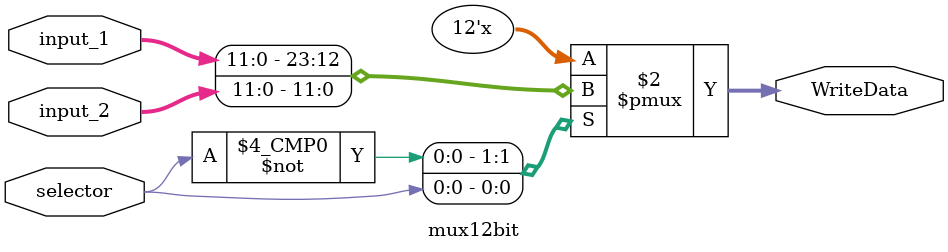
<source format=v>
/*module mux5bit(input wire[4:0] input_1,input wire[4:0] input_2,input wire selector,output wire[4:0] write_data);

assign write_data=(selector==0)? input_1:
		  (selector==1)?input_2:0;
endmodule

module mux32bit (Result,wd,MUXCtrl,WriteData);
	input[31:0] Result,wd;
	input MUXCtrl;

	output reg [31:0] WriteData;

	always @(MUXCtrl, Result, wd) begin
			case(MUXCtrl)
				0 :  WriteData<=wd;
				1 :  WriteData<= Result;
			endcase
	end

endmodule*/
/*module mux32bit(input wire[31:0] input_0,input wire[31:0] input_1,input wire selector,output wire[31:0] write_data);

assign write_data=(selector==0)? input_0:
		  (selector==1)?input_1:0;

endmodule */


module mux3inputs(input_1,input_2,input_3,selector,WriteData);

input wire[31:0] input_1,input_2,input_3;
input wire[1:0] selector;
output reg[31:0] WriteData;

always @(selector, input_1,input_2,input_3) begin
			case(selector)
				0 :  WriteData<= input_1;
				1 :  WriteData<= input_2;
				2 :  WriteData<= input_3;
				3 :  WriteData<= 0;
			endcase
	end

endmodule

module mux12bit(input_1,input_2,selector,WriteData);

input wire[11:0] input_1,input_2;
input wire selector;
output reg[11:0] WriteData;

always @(selector, input_1,input_2) begin
			case(selector)
				0 :  WriteData<= input_1;
				1 :  WriteData<= input_2;
			endcase
	end

endmodule


/*module mux12bit(input_1,input_2,selector,WriteData);

input wire[11:0] input_1,input_2;
input wire selector;
output reg[11:0] WriteData;

always @(selector, input_1,input_2) begin
			case(selector)
				0 :  WriteData<= input_1;
				1 :  WriteData<= input_2;
			endcase
	end

endmodule*/



</source>
